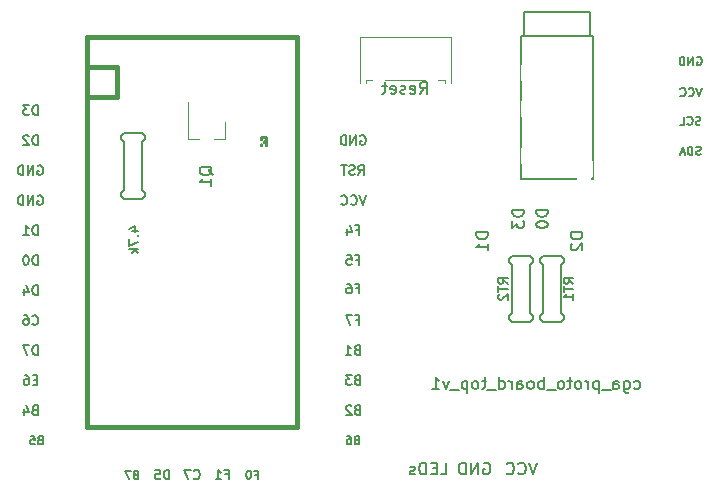
<source format=gbo>
G04 #@! TF.GenerationSoftware,KiCad,Pcbnew,(5.1.9)-1*
G04 #@! TF.CreationDate,2021-05-27T00:57:22-06:00*
G04 #@! TF.ProjectId,cga_proto_boards_top,6367615f-7072-46f7-946f-5f626f617264,rev?*
G04 #@! TF.SameCoordinates,Original*
G04 #@! TF.FileFunction,Legend,Bot*
G04 #@! TF.FilePolarity,Positive*
%FSLAX46Y46*%
G04 Gerber Fmt 4.6, Leading zero omitted, Abs format (unit mm)*
G04 Created by KiCad (PCBNEW (5.1.9)-1) date 2021-05-27 00:57:22*
%MOMM*%
%LPD*%
G01*
G04 APERTURE LIST*
%ADD10C,0.150000*%
%ADD11C,0.200000*%
%ADD12C,0.120000*%
%ADD13C,0.381000*%
%ADD14C,1.600000*%
%ADD15R,1.200000X1.500000*%
%ADD16C,1.200000*%
%ADD17C,2.100000*%
%ADD18C,1.750000*%
%ADD19O,1.600000X2.200000*%
%ADD20C,1.500000*%
%ADD21C,0.700000*%
%ADD22C,4.400000*%
%ADD23C,0.402000*%
%ADD24C,1.752600*%
%ADD25R,0.800000X1.900000*%
%ADD26R,1.752600X1.752600*%
%ADD27O,1.700000X1.700000*%
%ADD28C,1.700000*%
%ADD29R,1.700000X1.700000*%
G04 APERTURE END LIST*
D10*
X71301523Y-81557761D02*
X71396761Y-81605380D01*
X71587238Y-81605380D01*
X71682476Y-81557761D01*
X71730095Y-81510142D01*
X71777714Y-81414904D01*
X71777714Y-81129190D01*
X71730095Y-81033952D01*
X71682476Y-80986333D01*
X71587238Y-80938714D01*
X71396761Y-80938714D01*
X71301523Y-80986333D01*
X70444380Y-80938714D02*
X70444380Y-81748238D01*
X70492000Y-81843476D01*
X70539619Y-81891095D01*
X70634857Y-81938714D01*
X70777714Y-81938714D01*
X70872952Y-81891095D01*
X70444380Y-81557761D02*
X70539619Y-81605380D01*
X70730095Y-81605380D01*
X70825333Y-81557761D01*
X70872952Y-81510142D01*
X70920571Y-81414904D01*
X70920571Y-81129190D01*
X70872952Y-81033952D01*
X70825333Y-80986333D01*
X70730095Y-80938714D01*
X70539619Y-80938714D01*
X70444380Y-80986333D01*
X69539619Y-81605380D02*
X69539619Y-81081571D01*
X69587238Y-80986333D01*
X69682476Y-80938714D01*
X69872952Y-80938714D01*
X69968190Y-80986333D01*
X69539619Y-81557761D02*
X69634857Y-81605380D01*
X69872952Y-81605380D01*
X69968190Y-81557761D01*
X70015809Y-81462523D01*
X70015809Y-81367285D01*
X69968190Y-81272047D01*
X69872952Y-81224428D01*
X69634857Y-81224428D01*
X69539619Y-81176809D01*
X69301523Y-81700619D02*
X68539619Y-81700619D01*
X68301523Y-80938714D02*
X68301523Y-81938714D01*
X68301523Y-80986333D02*
X68206285Y-80938714D01*
X68015809Y-80938714D01*
X67920571Y-80986333D01*
X67872952Y-81033952D01*
X67825333Y-81129190D01*
X67825333Y-81414904D01*
X67872952Y-81510142D01*
X67920571Y-81557761D01*
X68015809Y-81605380D01*
X68206285Y-81605380D01*
X68301523Y-81557761D01*
X67396761Y-81605380D02*
X67396761Y-80938714D01*
X67396761Y-81129190D02*
X67349142Y-81033952D01*
X67301523Y-80986333D01*
X67206285Y-80938714D01*
X67111047Y-80938714D01*
X66634857Y-81605380D02*
X66730095Y-81557761D01*
X66777714Y-81510142D01*
X66825333Y-81414904D01*
X66825333Y-81129190D01*
X66777714Y-81033952D01*
X66730095Y-80986333D01*
X66634857Y-80938714D01*
X66492000Y-80938714D01*
X66396761Y-80986333D01*
X66349142Y-81033952D01*
X66301523Y-81129190D01*
X66301523Y-81414904D01*
X66349142Y-81510142D01*
X66396761Y-81557761D01*
X66492000Y-81605380D01*
X66634857Y-81605380D01*
X66015809Y-80938714D02*
X65634857Y-80938714D01*
X65872952Y-80605380D02*
X65872952Y-81462523D01*
X65825333Y-81557761D01*
X65730095Y-81605380D01*
X65634857Y-81605380D01*
X65158666Y-81605380D02*
X65253904Y-81557761D01*
X65301523Y-81510142D01*
X65349142Y-81414904D01*
X65349142Y-81129190D01*
X65301523Y-81033952D01*
X65253904Y-80986333D01*
X65158666Y-80938714D01*
X65015809Y-80938714D01*
X64920571Y-80986333D01*
X64872952Y-81033952D01*
X64825333Y-81129190D01*
X64825333Y-81414904D01*
X64872952Y-81510142D01*
X64920571Y-81557761D01*
X65015809Y-81605380D01*
X65158666Y-81605380D01*
X64634857Y-81700619D02*
X63872952Y-81700619D01*
X63634857Y-81605380D02*
X63634857Y-80605380D01*
X63634857Y-80986333D02*
X63539619Y-80938714D01*
X63349142Y-80938714D01*
X63253904Y-80986333D01*
X63206285Y-81033952D01*
X63158666Y-81129190D01*
X63158666Y-81414904D01*
X63206285Y-81510142D01*
X63253904Y-81557761D01*
X63349142Y-81605380D01*
X63539619Y-81605380D01*
X63634857Y-81557761D01*
X62587238Y-81605380D02*
X62682476Y-81557761D01*
X62730095Y-81510142D01*
X62777714Y-81414904D01*
X62777714Y-81129190D01*
X62730095Y-81033952D01*
X62682476Y-80986333D01*
X62587238Y-80938714D01*
X62444380Y-80938714D01*
X62349142Y-80986333D01*
X62301523Y-81033952D01*
X62253904Y-81129190D01*
X62253904Y-81414904D01*
X62301523Y-81510142D01*
X62349142Y-81557761D01*
X62444380Y-81605380D01*
X62587238Y-81605380D01*
X61396761Y-81605380D02*
X61396761Y-81081571D01*
X61444380Y-80986333D01*
X61539619Y-80938714D01*
X61730095Y-80938714D01*
X61825333Y-80986333D01*
X61396761Y-81557761D02*
X61492000Y-81605380D01*
X61730095Y-81605380D01*
X61825333Y-81557761D01*
X61872952Y-81462523D01*
X61872952Y-81367285D01*
X61825333Y-81272047D01*
X61730095Y-81224428D01*
X61492000Y-81224428D01*
X61396761Y-81176809D01*
X60920571Y-81605380D02*
X60920571Y-80938714D01*
X60920571Y-81129190D02*
X60872952Y-81033952D01*
X60825333Y-80986333D01*
X60730095Y-80938714D01*
X60634857Y-80938714D01*
X59872952Y-81605380D02*
X59872952Y-80605380D01*
X59872952Y-81557761D02*
X59968190Y-81605380D01*
X60158666Y-81605380D01*
X60253904Y-81557761D01*
X60301523Y-81510142D01*
X60349142Y-81414904D01*
X60349142Y-81129190D01*
X60301523Y-81033952D01*
X60253904Y-80986333D01*
X60158666Y-80938714D01*
X59968190Y-80938714D01*
X59872952Y-80986333D01*
X59634857Y-81700619D02*
X58872952Y-81700619D01*
X58777714Y-80938714D02*
X58396761Y-80938714D01*
X58634857Y-80605380D02*
X58634857Y-81462523D01*
X58587238Y-81557761D01*
X58492000Y-81605380D01*
X58396761Y-81605380D01*
X57920571Y-81605380D02*
X58015809Y-81557761D01*
X58063428Y-81510142D01*
X58111047Y-81414904D01*
X58111047Y-81129190D01*
X58063428Y-81033952D01*
X58015809Y-80986333D01*
X57920571Y-80938714D01*
X57777714Y-80938714D01*
X57682476Y-80986333D01*
X57634857Y-81033952D01*
X57587238Y-81129190D01*
X57587238Y-81414904D01*
X57634857Y-81510142D01*
X57682476Y-81557761D01*
X57777714Y-81605380D01*
X57920571Y-81605380D01*
X57158666Y-80938714D02*
X57158666Y-81938714D01*
X57158666Y-80986333D02*
X57063428Y-80938714D01*
X56872952Y-80938714D01*
X56777714Y-80986333D01*
X56730095Y-81033952D01*
X56682476Y-81129190D01*
X56682476Y-81414904D01*
X56730095Y-81510142D01*
X56777714Y-81557761D01*
X56872952Y-81605380D01*
X57063428Y-81605380D01*
X57158666Y-81557761D01*
X56492000Y-81700619D02*
X55730095Y-81700619D01*
X55587238Y-80938714D02*
X55349142Y-81605380D01*
X55111047Y-80938714D01*
X54206285Y-81605380D02*
X54777714Y-81605380D01*
X54492000Y-81605380D02*
X54492000Y-80605380D01*
X54587238Y-80748238D01*
X54682476Y-80843476D01*
X54777714Y-80891095D01*
D11*
X54895619Y-88844380D02*
X55371809Y-88844380D01*
X55371809Y-87844380D01*
X54562285Y-88320571D02*
X54228952Y-88320571D01*
X54086095Y-88844380D02*
X54562285Y-88844380D01*
X54562285Y-87844380D01*
X54086095Y-87844380D01*
X53657523Y-88844380D02*
X53657523Y-87844380D01*
X53419428Y-87844380D01*
X53276571Y-87892000D01*
X53181333Y-87987238D01*
X53133714Y-88082476D01*
X53086095Y-88272952D01*
X53086095Y-88415809D01*
X53133714Y-88606285D01*
X53181333Y-88701523D01*
X53276571Y-88796761D01*
X53419428Y-88844380D01*
X53657523Y-88844380D01*
X52705142Y-88796761D02*
X52609904Y-88844380D01*
X52419428Y-88844380D01*
X52324190Y-88796761D01*
X52276571Y-88701523D01*
X52276571Y-88653904D01*
X52324190Y-88558666D01*
X52419428Y-88511047D01*
X52562285Y-88511047D01*
X52657523Y-88463428D01*
X52705142Y-88368190D01*
X52705142Y-88320571D01*
X52657523Y-88225333D01*
X52562285Y-88177714D01*
X52419428Y-88177714D01*
X52324190Y-88225333D01*
X63055333Y-87844380D02*
X62722000Y-88844380D01*
X62388666Y-87844380D01*
X61483904Y-88749142D02*
X61531523Y-88796761D01*
X61674380Y-88844380D01*
X61769619Y-88844380D01*
X61912476Y-88796761D01*
X62007714Y-88701523D01*
X62055333Y-88606285D01*
X62102952Y-88415809D01*
X62102952Y-88272952D01*
X62055333Y-88082476D01*
X62007714Y-87987238D01*
X61912476Y-87892000D01*
X61769619Y-87844380D01*
X61674380Y-87844380D01*
X61531523Y-87892000D01*
X61483904Y-87939619D01*
X60483904Y-88749142D02*
X60531523Y-88796761D01*
X60674380Y-88844380D01*
X60769619Y-88844380D01*
X60912476Y-88796761D01*
X61007714Y-88701523D01*
X61055333Y-88606285D01*
X61102952Y-88415809D01*
X61102952Y-88272952D01*
X61055333Y-88082476D01*
X61007714Y-87987238D01*
X60912476Y-87892000D01*
X60769619Y-87844380D01*
X60674380Y-87844380D01*
X60531523Y-87892000D01*
X60483904Y-87939619D01*
X58546904Y-87892000D02*
X58642142Y-87844380D01*
X58785000Y-87844380D01*
X58927857Y-87892000D01*
X59023095Y-87987238D01*
X59070714Y-88082476D01*
X59118333Y-88272952D01*
X59118333Y-88415809D01*
X59070714Y-88606285D01*
X59023095Y-88701523D01*
X58927857Y-88796761D01*
X58785000Y-88844380D01*
X58689761Y-88844380D01*
X58546904Y-88796761D01*
X58499285Y-88749142D01*
X58499285Y-88415809D01*
X58689761Y-88415809D01*
X58070714Y-88844380D02*
X58070714Y-87844380D01*
X57499285Y-88844380D01*
X57499285Y-87844380D01*
X57023095Y-88844380D02*
X57023095Y-87844380D01*
X56785000Y-87844380D01*
X56642142Y-87892000D01*
X56546904Y-87987238D01*
X56499285Y-88082476D01*
X56451666Y-88272952D01*
X56451666Y-88415809D01*
X56499285Y-88606285D01*
X56546904Y-88701523D01*
X56642142Y-88796761D01*
X56785000Y-88844380D01*
X57023095Y-88844380D01*
D10*
X63984130Y-66444904D02*
X62984130Y-66444904D01*
X62984130Y-66683000D01*
X63031750Y-66825857D01*
X63126988Y-66921095D01*
X63222226Y-66968714D01*
X63412702Y-67016333D01*
X63555559Y-67016333D01*
X63746035Y-66968714D01*
X63841273Y-66921095D01*
X63936511Y-66825857D01*
X63984130Y-66683000D01*
X63984130Y-66444904D01*
X62984130Y-67635380D02*
X62984130Y-67730619D01*
X63031750Y-67825857D01*
X63079369Y-67873476D01*
X63174607Y-67921095D01*
X63365083Y-67968714D01*
X63603178Y-67968714D01*
X63793654Y-67921095D01*
X63888892Y-67873476D01*
X63936511Y-67825857D01*
X63984130Y-67730619D01*
X63984130Y-67635380D01*
X63936511Y-67540142D01*
X63888892Y-67492523D01*
X63793654Y-67444904D01*
X63603178Y-67397285D01*
X63365083Y-67397285D01*
X63174607Y-67444904D01*
X63079369Y-67492523D01*
X63031750Y-67540142D01*
X62984130Y-67635380D01*
X66905130Y-68349904D02*
X65905130Y-68349904D01*
X65905130Y-68588000D01*
X65952750Y-68730857D01*
X66047988Y-68826095D01*
X66143226Y-68873714D01*
X66333702Y-68921333D01*
X66476559Y-68921333D01*
X66667035Y-68873714D01*
X66762273Y-68826095D01*
X66857511Y-68730857D01*
X66905130Y-68588000D01*
X66905130Y-68349904D01*
X66000369Y-69302285D02*
X65952750Y-69349904D01*
X65905130Y-69445142D01*
X65905130Y-69683238D01*
X65952750Y-69778476D01*
X66000369Y-69826095D01*
X66095607Y-69873714D01*
X66190845Y-69873714D01*
X66333702Y-69826095D01*
X66905130Y-69254666D01*
X66905130Y-69873714D01*
X61952130Y-66444904D02*
X60952130Y-66444904D01*
X60952130Y-66683000D01*
X60999750Y-66825857D01*
X61094988Y-66921095D01*
X61190226Y-66968714D01*
X61380702Y-67016333D01*
X61523559Y-67016333D01*
X61714035Y-66968714D01*
X61809273Y-66921095D01*
X61904511Y-66825857D01*
X61952130Y-66683000D01*
X61952130Y-66444904D01*
X60952130Y-67349666D02*
X60952130Y-67968714D01*
X61333083Y-67635380D01*
X61333083Y-67778238D01*
X61380702Y-67873476D01*
X61428321Y-67921095D01*
X61523559Y-67968714D01*
X61761654Y-67968714D01*
X61856892Y-67921095D01*
X61904511Y-67873476D01*
X61952130Y-67778238D01*
X61952130Y-67492523D01*
X61904511Y-67397285D01*
X61856892Y-67349666D01*
X58904130Y-68349904D02*
X57904130Y-68349904D01*
X57904130Y-68588000D01*
X57951750Y-68730857D01*
X58046988Y-68826095D01*
X58142226Y-68873714D01*
X58332702Y-68921333D01*
X58475559Y-68921333D01*
X58666035Y-68873714D01*
X58761273Y-68826095D01*
X58856511Y-68730857D01*
X58904130Y-68588000D01*
X58904130Y-68349904D01*
X58904130Y-69873714D02*
X58904130Y-69302285D01*
X58904130Y-69588000D02*
X57904130Y-69588000D01*
X58046988Y-69492761D01*
X58142226Y-69397523D01*
X58189845Y-69302285D01*
X76606333Y-53529750D02*
X76673000Y-53496416D01*
X76773000Y-53496416D01*
X76873000Y-53529750D01*
X76939666Y-53596416D01*
X76973000Y-53663083D01*
X77006333Y-53796416D01*
X77006333Y-53896416D01*
X76973000Y-54029750D01*
X76939666Y-54096416D01*
X76873000Y-54163083D01*
X76773000Y-54196416D01*
X76706333Y-54196416D01*
X76606333Y-54163083D01*
X76573000Y-54129750D01*
X76573000Y-53896416D01*
X76706333Y-53896416D01*
X76273000Y-54196416D02*
X76273000Y-53496416D01*
X75873000Y-54196416D01*
X75873000Y-53496416D01*
X75539666Y-54196416D02*
X75539666Y-53496416D01*
X75373000Y-53496416D01*
X75273000Y-53529750D01*
X75206333Y-53596416D01*
X75173000Y-53663083D01*
X75139666Y-53796416D01*
X75139666Y-53896416D01*
X75173000Y-54029750D01*
X75206333Y-54096416D01*
X75273000Y-54163083D01*
X75373000Y-54196416D01*
X75539666Y-54196416D01*
X77006333Y-56131666D02*
X76773000Y-56831666D01*
X76539666Y-56131666D01*
X75906333Y-56765000D02*
X75939666Y-56798333D01*
X76039666Y-56831666D01*
X76106333Y-56831666D01*
X76206333Y-56798333D01*
X76273000Y-56731666D01*
X76306333Y-56665000D01*
X76339666Y-56531666D01*
X76339666Y-56431666D01*
X76306333Y-56298333D01*
X76273000Y-56231666D01*
X76206333Y-56165000D01*
X76106333Y-56131666D01*
X76039666Y-56131666D01*
X75939666Y-56165000D01*
X75906333Y-56198333D01*
X75206333Y-56765000D02*
X75239666Y-56798333D01*
X75339666Y-56831666D01*
X75406333Y-56831666D01*
X75506333Y-56798333D01*
X75573000Y-56731666D01*
X75606333Y-56665000D01*
X75639666Y-56531666D01*
X75639666Y-56431666D01*
X75606333Y-56298333D01*
X75573000Y-56231666D01*
X75506333Y-56165000D01*
X75406333Y-56131666D01*
X75339666Y-56131666D01*
X75239666Y-56165000D01*
X75206333Y-56198333D01*
X76906333Y-59211333D02*
X76806333Y-59244666D01*
X76639666Y-59244666D01*
X76573000Y-59211333D01*
X76539666Y-59178000D01*
X76506333Y-59111333D01*
X76506333Y-59044666D01*
X76539666Y-58978000D01*
X76573000Y-58944666D01*
X76639666Y-58911333D01*
X76773000Y-58878000D01*
X76839666Y-58844666D01*
X76873000Y-58811333D01*
X76906333Y-58744666D01*
X76906333Y-58678000D01*
X76873000Y-58611333D01*
X76839666Y-58578000D01*
X76773000Y-58544666D01*
X76606333Y-58544666D01*
X76506333Y-58578000D01*
X75806333Y-59178000D02*
X75839666Y-59211333D01*
X75939666Y-59244666D01*
X76006333Y-59244666D01*
X76106333Y-59211333D01*
X76173000Y-59144666D01*
X76206333Y-59078000D01*
X76239666Y-58944666D01*
X76239666Y-58844666D01*
X76206333Y-58711333D01*
X76173000Y-58644666D01*
X76106333Y-58578000D01*
X76006333Y-58544666D01*
X75939666Y-58544666D01*
X75839666Y-58578000D01*
X75806333Y-58611333D01*
X75173000Y-59244666D02*
X75506333Y-59244666D01*
X75506333Y-58544666D01*
X76923000Y-61751333D02*
X76823000Y-61784666D01*
X76656333Y-61784666D01*
X76589666Y-61751333D01*
X76556333Y-61718000D01*
X76523000Y-61651333D01*
X76523000Y-61584666D01*
X76556333Y-61518000D01*
X76589666Y-61484666D01*
X76656333Y-61451333D01*
X76789666Y-61418000D01*
X76856333Y-61384666D01*
X76889666Y-61351333D01*
X76923000Y-61284666D01*
X76923000Y-61218000D01*
X76889666Y-61151333D01*
X76856333Y-61118000D01*
X76789666Y-61084666D01*
X76623000Y-61084666D01*
X76523000Y-61118000D01*
X76223000Y-61784666D02*
X76223000Y-61084666D01*
X76056333Y-61084666D01*
X75956333Y-61118000D01*
X75889666Y-61184666D01*
X75856333Y-61251333D01*
X75823000Y-61384666D01*
X75823000Y-61484666D01*
X75856333Y-61618000D01*
X75889666Y-61684666D01*
X75956333Y-61751333D01*
X76056333Y-61784666D01*
X76223000Y-61784666D01*
X75556333Y-61584666D02*
X75223000Y-61584666D01*
X75623000Y-61784666D02*
X75389666Y-61084666D01*
X75156333Y-61784666D01*
G04 #@! TO.C,RT2*
X62738000Y-70866000D02*
X62738000Y-70612000D01*
X62484000Y-71120000D02*
X62738000Y-70866000D01*
X62738000Y-75438000D02*
X62484000Y-75184000D01*
X60706000Y-75692000D02*
X60960000Y-75946000D01*
X60706000Y-70612000D02*
X60706000Y-70866000D01*
X60960000Y-75184000D02*
X60706000Y-75438000D01*
X60960000Y-70358000D02*
X60706000Y-70612000D01*
X60960000Y-75946000D02*
X62484000Y-75946000D01*
X62484000Y-75184000D02*
X62484000Y-71120000D01*
X62738000Y-75692000D02*
X62738000Y-75438000D01*
X60706000Y-75438000D02*
X60706000Y-75692000D01*
X60960000Y-71120000D02*
X60960000Y-75184000D01*
X60706000Y-70866000D02*
X60960000Y-71120000D01*
X62738000Y-70612000D02*
X62484000Y-70358000D01*
X62484000Y-70358000D02*
X60960000Y-70358000D01*
X62484000Y-75946000D02*
X62738000Y-75692000D01*
G04 #@! TO.C,RT1*
X65309750Y-70866000D02*
X65309750Y-70612000D01*
X65055750Y-71120000D02*
X65309750Y-70866000D01*
X65309750Y-75438000D02*
X65055750Y-75184000D01*
X63277750Y-75692000D02*
X63531750Y-75946000D01*
X63277750Y-70612000D02*
X63277750Y-70866000D01*
X63531750Y-75184000D02*
X63277750Y-75438000D01*
X63531750Y-70358000D02*
X63277750Y-70612000D01*
X63531750Y-75946000D02*
X65055750Y-75946000D01*
X65055750Y-75184000D02*
X65055750Y-71120000D01*
X65309750Y-75692000D02*
X65309750Y-75438000D01*
X63277750Y-75438000D02*
X63277750Y-75692000D01*
X63531750Y-71120000D02*
X63531750Y-75184000D01*
X63277750Y-70866000D02*
X63531750Y-71120000D01*
X65309750Y-70612000D02*
X65055750Y-70358000D01*
X65055750Y-70358000D02*
X63531750Y-70358000D01*
X65055750Y-75946000D02*
X65309750Y-75692000D01*
G04 #@! TO.C,RQ1*
X29845000Y-60420250D02*
X29845000Y-60166250D01*
X29591000Y-60674250D02*
X29845000Y-60420250D01*
X29845000Y-64992250D02*
X29591000Y-64738250D01*
X27813000Y-65246250D02*
X28067000Y-65500250D01*
X27813000Y-60166250D02*
X27813000Y-60420250D01*
X28067000Y-64738250D02*
X27813000Y-64992250D01*
X28067000Y-59912250D02*
X27813000Y-60166250D01*
X28067000Y-65500250D02*
X29591000Y-65500250D01*
X29591000Y-64738250D02*
X29591000Y-60674250D01*
X29845000Y-65246250D02*
X29845000Y-64992250D01*
X27813000Y-64992250D02*
X27813000Y-65246250D01*
X28067000Y-60674250D02*
X28067000Y-64738250D01*
X27813000Y-60420250D02*
X28067000Y-60674250D01*
X29845000Y-60166250D02*
X29591000Y-59912250D01*
X29591000Y-59912250D02*
X28067000Y-59912250D01*
X29591000Y-65500250D02*
X29845000Y-65246250D01*
D12*
G04 #@! TO.C,Reset*
X55763000Y-51783000D02*
X55763000Y-55683000D01*
X53603000Y-55453000D02*
X50203000Y-55453000D01*
X55243000Y-55453000D02*
X55243000Y-55683000D01*
X55243000Y-55453000D02*
X54703000Y-55453000D01*
X48563000Y-55453000D02*
X48563000Y-55683000D01*
X55763000Y-51783000D02*
X48043000Y-51783000D01*
X48043000Y-51783000D02*
X48043000Y-55683000D01*
X49103000Y-55453000D02*
X48563000Y-55453000D01*
D10*
G04 #@! TO.C,T1*
X61734000Y-51689000D02*
X61734000Y-63789000D01*
X61734000Y-51689000D02*
X67834000Y-51689000D01*
X67834000Y-51689000D02*
X67834000Y-63789000D01*
X61734000Y-63789000D02*
X67834000Y-63789000D01*
X61984000Y-51689000D02*
X61984000Y-49689000D01*
X61984000Y-49689000D02*
X67584000Y-49689000D01*
X67584000Y-51689000D02*
X67584000Y-49689000D01*
D12*
G04 #@! TO.C,Q1*
X36663750Y-60450000D02*
X36663750Y-58990000D01*
X33503750Y-60450000D02*
X33503750Y-57290000D01*
X33503750Y-60450000D02*
X34433750Y-60450000D01*
X36663750Y-60450000D02*
X35733750Y-60450000D01*
D13*
G04 #@! TO.C,U1*
X27527250Y-54356000D02*
X24987250Y-54356000D01*
X42767250Y-51816000D02*
X24987250Y-51816000D01*
X24987250Y-51816000D02*
X24987250Y-84836000D01*
X24987250Y-84836000D02*
X42767250Y-84836000D01*
X42767250Y-84836000D02*
X42767250Y-51816000D01*
D10*
G36*
X39721885Y-60245030D02*
G01*
X39721885Y-60345030D01*
X40221885Y-60345030D01*
X40221885Y-60245030D01*
X39721885Y-60245030D01*
G37*
X39721885Y-60245030D02*
X39721885Y-60345030D01*
X40221885Y-60345030D01*
X40221885Y-60245030D01*
X39721885Y-60245030D01*
G36*
X39721885Y-60245030D02*
G01*
X39721885Y-60545030D01*
X39821885Y-60545030D01*
X39821885Y-60245030D01*
X39721885Y-60245030D01*
G37*
X39721885Y-60245030D02*
X39721885Y-60545030D01*
X39821885Y-60545030D01*
X39821885Y-60245030D01*
X39721885Y-60245030D01*
G36*
X39721885Y-60845030D02*
G01*
X39721885Y-61045030D01*
X39821885Y-61045030D01*
X39821885Y-60845030D01*
X39721885Y-60845030D01*
G37*
X39721885Y-60845030D02*
X39721885Y-61045030D01*
X39821885Y-61045030D01*
X39821885Y-60845030D01*
X39721885Y-60845030D01*
G36*
X40121885Y-60245030D02*
G01*
X40121885Y-61045030D01*
X40221885Y-61045030D01*
X40221885Y-60245030D01*
X40121885Y-60245030D01*
G37*
X40121885Y-60245030D02*
X40121885Y-61045030D01*
X40221885Y-61045030D01*
X40221885Y-60245030D01*
X40121885Y-60245030D01*
G36*
X39921885Y-60645030D02*
G01*
X39921885Y-60745030D01*
X40021885Y-60745030D01*
X40021885Y-60645030D01*
X39921885Y-60645030D01*
G37*
X39921885Y-60645030D02*
X39921885Y-60745030D01*
X40021885Y-60745030D01*
X40021885Y-60645030D01*
X39921885Y-60645030D01*
D13*
X27527250Y-54356000D02*
X27527250Y-56896000D01*
X27527250Y-56896000D02*
X24987250Y-56896000D01*
G04 #@! TO.C,RT2*
D10*
X60583904Y-72688504D02*
X60202952Y-72421838D01*
X60583904Y-72231361D02*
X59783904Y-72231361D01*
X59783904Y-72536123D01*
X59822000Y-72612314D01*
X59860095Y-72650409D01*
X59936285Y-72688504D01*
X60050571Y-72688504D01*
X60126761Y-72650409D01*
X60164857Y-72612314D01*
X60202952Y-72536123D01*
X60202952Y-72231361D01*
X59783904Y-72917076D02*
X59783904Y-73374219D01*
X60583904Y-73145647D02*
X59783904Y-73145647D01*
X59860095Y-73602790D02*
X59822000Y-73640885D01*
X59783904Y-73717076D01*
X59783904Y-73907552D01*
X59822000Y-73983742D01*
X59860095Y-74021838D01*
X59936285Y-74059933D01*
X60012476Y-74059933D01*
X60126761Y-74021838D01*
X60583904Y-73564695D01*
X60583904Y-74059933D01*
G04 #@! TO.C,RT1*
X66147904Y-72688504D02*
X65766952Y-72421838D01*
X66147904Y-72231361D02*
X65347904Y-72231361D01*
X65347904Y-72536123D01*
X65386000Y-72612314D01*
X65424095Y-72650409D01*
X65500285Y-72688504D01*
X65614571Y-72688504D01*
X65690761Y-72650409D01*
X65728857Y-72612314D01*
X65766952Y-72536123D01*
X65766952Y-72231361D01*
X65347904Y-72917076D02*
X65347904Y-73374219D01*
X66147904Y-73145647D02*
X65347904Y-73145647D01*
X66147904Y-74059933D02*
X66147904Y-73602790D01*
X66147904Y-73831361D02*
X65347904Y-73831361D01*
X65462190Y-73755171D01*
X65538380Y-73678980D01*
X65576476Y-73602790D01*
G04 #@! TO.C,RQ1*
X28784571Y-68218142D02*
X29317904Y-68218142D01*
X28479809Y-68027666D02*
X29051238Y-67837190D01*
X29051238Y-68332428D01*
X29241714Y-68637190D02*
X29279809Y-68675285D01*
X29317904Y-68637190D01*
X29279809Y-68599095D01*
X29241714Y-68637190D01*
X29317904Y-68637190D01*
X28517904Y-68941952D02*
X28517904Y-69475285D01*
X29317904Y-69132428D01*
X29317904Y-69780047D02*
X28517904Y-69780047D01*
X29013142Y-69856238D02*
X29317904Y-70084809D01*
X28784571Y-70084809D02*
X29089333Y-69780047D01*
G04 #@! TO.C,Reset*
X53141095Y-56615380D02*
X53474428Y-56139190D01*
X53712523Y-56615380D02*
X53712523Y-55615380D01*
X53331571Y-55615380D01*
X53236333Y-55663000D01*
X53188714Y-55710619D01*
X53141095Y-55805857D01*
X53141095Y-55948714D01*
X53188714Y-56043952D01*
X53236333Y-56091571D01*
X53331571Y-56139190D01*
X53712523Y-56139190D01*
X52331571Y-56567761D02*
X52426809Y-56615380D01*
X52617285Y-56615380D01*
X52712523Y-56567761D01*
X52760142Y-56472523D01*
X52760142Y-56091571D01*
X52712523Y-55996333D01*
X52617285Y-55948714D01*
X52426809Y-55948714D01*
X52331571Y-55996333D01*
X52283952Y-56091571D01*
X52283952Y-56186809D01*
X52760142Y-56282047D01*
X51903000Y-56567761D02*
X51807761Y-56615380D01*
X51617285Y-56615380D01*
X51522047Y-56567761D01*
X51474428Y-56472523D01*
X51474428Y-56424904D01*
X51522047Y-56329666D01*
X51617285Y-56282047D01*
X51760142Y-56282047D01*
X51855380Y-56234428D01*
X51903000Y-56139190D01*
X51903000Y-56091571D01*
X51855380Y-55996333D01*
X51760142Y-55948714D01*
X51617285Y-55948714D01*
X51522047Y-55996333D01*
X50664904Y-56567761D02*
X50760142Y-56615380D01*
X50950619Y-56615380D01*
X51045857Y-56567761D01*
X51093476Y-56472523D01*
X51093476Y-56091571D01*
X51045857Y-55996333D01*
X50950619Y-55948714D01*
X50760142Y-55948714D01*
X50664904Y-55996333D01*
X50617285Y-56091571D01*
X50617285Y-56186809D01*
X51093476Y-56282047D01*
X50331571Y-55948714D02*
X49950619Y-55948714D01*
X50188714Y-55615380D02*
X50188714Y-56472523D01*
X50141095Y-56567761D01*
X50045857Y-56615380D01*
X49950619Y-56615380D01*
G04 #@! TO.C,Q1*
X35599619Y-63500011D02*
X35552000Y-63404773D01*
X35456761Y-63309535D01*
X35313904Y-63166678D01*
X35266285Y-63071440D01*
X35266285Y-62976202D01*
X35504380Y-63023821D02*
X35456761Y-62928583D01*
X35361523Y-62833345D01*
X35171047Y-62785726D01*
X34837714Y-62785726D01*
X34647238Y-62833345D01*
X34552000Y-62928583D01*
X34504380Y-63023821D01*
X34504380Y-63214297D01*
X34552000Y-63309535D01*
X34647238Y-63404773D01*
X34837714Y-63452392D01*
X35171047Y-63452392D01*
X35361523Y-63404773D01*
X35456761Y-63309535D01*
X35504380Y-63214297D01*
X35504380Y-63023821D01*
X35504380Y-64404773D02*
X35504380Y-63833345D01*
X35504380Y-64119059D02*
X34504380Y-64119059D01*
X34647238Y-64023821D01*
X34742476Y-63928583D01*
X34790095Y-63833345D01*
G04 #@! TO.C,U1*
X31927726Y-89261904D02*
X31927726Y-88461904D01*
X31737250Y-88461904D01*
X31622964Y-88500000D01*
X31546773Y-88576190D01*
X31508678Y-88652380D01*
X31470583Y-88804761D01*
X31470583Y-88919047D01*
X31508678Y-89071428D01*
X31546773Y-89147619D01*
X31622964Y-89223809D01*
X31737250Y-89261904D01*
X31927726Y-89261904D01*
X30746773Y-88461904D02*
X31127726Y-88461904D01*
X31165821Y-88842857D01*
X31127726Y-88804761D01*
X31051535Y-88766666D01*
X30861059Y-88766666D01*
X30784869Y-88804761D01*
X30746773Y-88842857D01*
X30708678Y-88919047D01*
X30708678Y-89109523D01*
X30746773Y-89185714D01*
X30784869Y-89223809D01*
X30861059Y-89261904D01*
X31051535Y-89261904D01*
X31127726Y-89223809D01*
X31165821Y-89185714D01*
X36683916Y-88842857D02*
X36950583Y-88842857D01*
X36950583Y-89261904D02*
X36950583Y-88461904D01*
X36569630Y-88461904D01*
X35845821Y-89261904D02*
X36302964Y-89261904D01*
X36074392Y-89261904D02*
X36074392Y-88461904D01*
X36150583Y-88576190D01*
X36226773Y-88652380D01*
X36302964Y-88690476D01*
X34010583Y-89185714D02*
X34048678Y-89223809D01*
X34162964Y-89261904D01*
X34239154Y-89261904D01*
X34353440Y-89223809D01*
X34429630Y-89147619D01*
X34467726Y-89071428D01*
X34505821Y-88919047D01*
X34505821Y-88804761D01*
X34467726Y-88652380D01*
X34429630Y-88576190D01*
X34353440Y-88500000D01*
X34239154Y-88461904D01*
X34162964Y-88461904D01*
X34048678Y-88500000D01*
X34010583Y-88538095D01*
X33743916Y-88461904D02*
X33210583Y-88461904D01*
X33553440Y-89261904D01*
X47781333Y-85929000D02*
X47681333Y-85962333D01*
X47648000Y-85995666D01*
X47614666Y-86062333D01*
X47614666Y-86162333D01*
X47648000Y-86229000D01*
X47681333Y-86262333D01*
X47748000Y-86295666D01*
X48014666Y-86295666D01*
X48014666Y-85595666D01*
X47781333Y-85595666D01*
X47714666Y-85629000D01*
X47681333Y-85662333D01*
X47648000Y-85729000D01*
X47648000Y-85795666D01*
X47681333Y-85862333D01*
X47714666Y-85895666D01*
X47781333Y-85929000D01*
X48014666Y-85929000D01*
X47014666Y-85595666D02*
X47148000Y-85595666D01*
X47214666Y-85629000D01*
X47248000Y-85662333D01*
X47314666Y-85762333D01*
X47348000Y-85895666D01*
X47348000Y-86162333D01*
X47314666Y-86229000D01*
X47281333Y-86262333D01*
X47214666Y-86295666D01*
X47081333Y-86295666D01*
X47014666Y-86262333D01*
X46981333Y-86229000D01*
X46948000Y-86162333D01*
X46948000Y-85995666D01*
X46981333Y-85929000D01*
X47014666Y-85895666D01*
X47081333Y-85862333D01*
X47214666Y-85862333D01*
X47281333Y-85895666D01*
X47314666Y-85929000D01*
X47348000Y-85995666D01*
X39190583Y-88850000D02*
X39423916Y-88850000D01*
X39423916Y-89216666D02*
X39423916Y-88516666D01*
X39090583Y-88516666D01*
X38690583Y-88516666D02*
X38623916Y-88516666D01*
X38557250Y-88550000D01*
X38523916Y-88583333D01*
X38490583Y-88650000D01*
X38457250Y-88783333D01*
X38457250Y-88950000D01*
X38490583Y-89083333D01*
X38523916Y-89150000D01*
X38557250Y-89183333D01*
X38623916Y-89216666D01*
X38690583Y-89216666D01*
X38757250Y-89183333D01*
X38790583Y-89150000D01*
X38823916Y-89083333D01*
X38857250Y-88950000D01*
X38857250Y-88783333D01*
X38823916Y-88650000D01*
X38790583Y-88583333D01*
X38757250Y-88550000D01*
X38690583Y-88516666D01*
X29080583Y-88850000D02*
X28980583Y-88883333D01*
X28947250Y-88916666D01*
X28913916Y-88983333D01*
X28913916Y-89083333D01*
X28947250Y-89150000D01*
X28980583Y-89183333D01*
X29047250Y-89216666D01*
X29313916Y-89216666D01*
X29313916Y-88516666D01*
X29080583Y-88516666D01*
X29013916Y-88550000D01*
X28980583Y-88583333D01*
X28947250Y-88650000D01*
X28947250Y-88716666D01*
X28980583Y-88783333D01*
X29013916Y-88816666D01*
X29080583Y-88850000D01*
X29313916Y-88850000D01*
X28680583Y-88516666D02*
X28213916Y-88516666D01*
X28513916Y-89216666D01*
X47936095Y-63480904D02*
X48202761Y-63099952D01*
X48393238Y-63480904D02*
X48393238Y-62680904D01*
X48088476Y-62680904D01*
X48012285Y-62719000D01*
X47974190Y-62757095D01*
X47936095Y-62833285D01*
X47936095Y-62947571D01*
X47974190Y-63023761D01*
X48012285Y-63061857D01*
X48088476Y-63099952D01*
X48393238Y-63099952D01*
X47631333Y-63442809D02*
X47517047Y-63480904D01*
X47326571Y-63480904D01*
X47250380Y-63442809D01*
X47212285Y-63404714D01*
X47174190Y-63328523D01*
X47174190Y-63252333D01*
X47212285Y-63176142D01*
X47250380Y-63138047D01*
X47326571Y-63099952D01*
X47478952Y-63061857D01*
X47555142Y-63023761D01*
X47593238Y-62985666D01*
X47631333Y-62909476D01*
X47631333Y-62833285D01*
X47593238Y-62757095D01*
X47555142Y-62719000D01*
X47478952Y-62680904D01*
X47288476Y-62680904D01*
X47174190Y-62719000D01*
X46945619Y-62680904D02*
X46488476Y-62680904D01*
X46717047Y-63480904D02*
X46717047Y-62680904D01*
X20783476Y-58400904D02*
X20783476Y-57600904D01*
X20593000Y-57600904D01*
X20478714Y-57639000D01*
X20402523Y-57715190D01*
X20364428Y-57791380D01*
X20326333Y-57943761D01*
X20326333Y-58058047D01*
X20364428Y-58210428D01*
X20402523Y-58286619D01*
X20478714Y-58362809D01*
X20593000Y-58400904D01*
X20783476Y-58400904D01*
X20059666Y-57600904D02*
X19564428Y-57600904D01*
X19831095Y-57905666D01*
X19716809Y-57905666D01*
X19640619Y-57943761D01*
X19602523Y-57981857D01*
X19564428Y-58058047D01*
X19564428Y-58248523D01*
X19602523Y-58324714D01*
X19640619Y-58362809D01*
X19716809Y-58400904D01*
X19945380Y-58400904D01*
X20021571Y-58362809D01*
X20059666Y-58324714D01*
X47821809Y-83381857D02*
X47707523Y-83419952D01*
X47669428Y-83458047D01*
X47631333Y-83534238D01*
X47631333Y-83648523D01*
X47669428Y-83724714D01*
X47707523Y-83762809D01*
X47783714Y-83800904D01*
X48088476Y-83800904D01*
X48088476Y-83000904D01*
X47821809Y-83000904D01*
X47745619Y-83039000D01*
X47707523Y-83077095D01*
X47669428Y-83153285D01*
X47669428Y-83229476D01*
X47707523Y-83305666D01*
X47745619Y-83343761D01*
X47821809Y-83381857D01*
X48088476Y-83381857D01*
X47326571Y-83077095D02*
X47288476Y-83039000D01*
X47212285Y-83000904D01*
X47021809Y-83000904D01*
X46945619Y-83039000D01*
X46907523Y-83077095D01*
X46869428Y-83153285D01*
X46869428Y-83229476D01*
X46907523Y-83343761D01*
X47364666Y-83800904D01*
X46869428Y-83800904D01*
X47764666Y-75761857D02*
X48031333Y-75761857D01*
X48031333Y-76180904D02*
X48031333Y-75380904D01*
X47650380Y-75380904D01*
X47421809Y-75380904D02*
X46888476Y-75380904D01*
X47231333Y-76180904D01*
X47764666Y-73094857D02*
X48031333Y-73094857D01*
X48031333Y-73513904D02*
X48031333Y-72713904D01*
X47650380Y-72713904D01*
X47002761Y-72713904D02*
X47155142Y-72713904D01*
X47231333Y-72752000D01*
X47269428Y-72790095D01*
X47345619Y-72904380D01*
X47383714Y-73056761D01*
X47383714Y-73361523D01*
X47345619Y-73437714D01*
X47307523Y-73475809D01*
X47231333Y-73513904D01*
X47078952Y-73513904D01*
X47002761Y-73475809D01*
X46964666Y-73437714D01*
X46926571Y-73361523D01*
X46926571Y-73171047D01*
X46964666Y-73094857D01*
X47002761Y-73056761D01*
X47078952Y-73018666D01*
X47231333Y-73018666D01*
X47307523Y-73056761D01*
X47345619Y-73094857D01*
X47383714Y-73171047D01*
X47764666Y-70681857D02*
X48031333Y-70681857D01*
X48031333Y-71100904D02*
X48031333Y-70300904D01*
X47650380Y-70300904D01*
X46964666Y-70300904D02*
X47345619Y-70300904D01*
X47383714Y-70681857D01*
X47345619Y-70643761D01*
X47269428Y-70605666D01*
X47078952Y-70605666D01*
X47002761Y-70643761D01*
X46964666Y-70681857D01*
X46926571Y-70758047D01*
X46926571Y-70948523D01*
X46964666Y-71024714D01*
X47002761Y-71062809D01*
X47078952Y-71100904D01*
X47269428Y-71100904D01*
X47345619Y-71062809D01*
X47383714Y-71024714D01*
X48107523Y-60179000D02*
X48183714Y-60140904D01*
X48298000Y-60140904D01*
X48412285Y-60179000D01*
X48488476Y-60255190D01*
X48526571Y-60331380D01*
X48564666Y-60483761D01*
X48564666Y-60598047D01*
X48526571Y-60750428D01*
X48488476Y-60826619D01*
X48412285Y-60902809D01*
X48298000Y-60940904D01*
X48221809Y-60940904D01*
X48107523Y-60902809D01*
X48069428Y-60864714D01*
X48069428Y-60598047D01*
X48221809Y-60598047D01*
X47726571Y-60940904D02*
X47726571Y-60140904D01*
X47269428Y-60940904D01*
X47269428Y-60140904D01*
X46888476Y-60940904D02*
X46888476Y-60140904D01*
X46698000Y-60140904D01*
X46583714Y-60179000D01*
X46507523Y-60255190D01*
X46469428Y-60331380D01*
X46431333Y-60483761D01*
X46431333Y-60598047D01*
X46469428Y-60750428D01*
X46507523Y-60826619D01*
X46583714Y-60902809D01*
X46698000Y-60940904D01*
X46888476Y-60940904D01*
X48564666Y-65220904D02*
X48298000Y-66020904D01*
X48031333Y-65220904D01*
X47307523Y-65944714D02*
X47345619Y-65982809D01*
X47459904Y-66020904D01*
X47536095Y-66020904D01*
X47650380Y-65982809D01*
X47726571Y-65906619D01*
X47764666Y-65830428D01*
X47802761Y-65678047D01*
X47802761Y-65563761D01*
X47764666Y-65411380D01*
X47726571Y-65335190D01*
X47650380Y-65259000D01*
X47536095Y-65220904D01*
X47459904Y-65220904D01*
X47345619Y-65259000D01*
X47307523Y-65297095D01*
X46507523Y-65944714D02*
X46545619Y-65982809D01*
X46659904Y-66020904D01*
X46736095Y-66020904D01*
X46850380Y-65982809D01*
X46926571Y-65906619D01*
X46964666Y-65830428D01*
X47002761Y-65678047D01*
X47002761Y-65563761D01*
X46964666Y-65411380D01*
X46926571Y-65335190D01*
X46850380Y-65259000D01*
X46736095Y-65220904D01*
X46659904Y-65220904D01*
X46545619Y-65259000D01*
X46507523Y-65297095D01*
X47764666Y-68141857D02*
X48031333Y-68141857D01*
X48031333Y-68560904D02*
X48031333Y-67760904D01*
X47650380Y-67760904D01*
X47002761Y-68027571D02*
X47002761Y-68560904D01*
X47193238Y-67722809D02*
X47383714Y-68294238D01*
X46888476Y-68294238D01*
X47821809Y-78301857D02*
X47707523Y-78339952D01*
X47669428Y-78378047D01*
X47631333Y-78454238D01*
X47631333Y-78568523D01*
X47669428Y-78644714D01*
X47707523Y-78682809D01*
X47783714Y-78720904D01*
X48088476Y-78720904D01*
X48088476Y-77920904D01*
X47821809Y-77920904D01*
X47745619Y-77959000D01*
X47707523Y-77997095D01*
X47669428Y-78073285D01*
X47669428Y-78149476D01*
X47707523Y-78225666D01*
X47745619Y-78263761D01*
X47821809Y-78301857D01*
X48088476Y-78301857D01*
X46869428Y-78720904D02*
X47326571Y-78720904D01*
X47098000Y-78720904D02*
X47098000Y-77920904D01*
X47174190Y-78035190D01*
X47250380Y-78111380D01*
X47326571Y-78149476D01*
X47821809Y-80841857D02*
X47707523Y-80879952D01*
X47669428Y-80918047D01*
X47631333Y-80994238D01*
X47631333Y-81108523D01*
X47669428Y-81184714D01*
X47707523Y-81222809D01*
X47783714Y-81260904D01*
X48088476Y-81260904D01*
X48088476Y-80460904D01*
X47821809Y-80460904D01*
X47745619Y-80499000D01*
X47707523Y-80537095D01*
X47669428Y-80613285D01*
X47669428Y-80689476D01*
X47707523Y-80765666D01*
X47745619Y-80803761D01*
X47821809Y-80841857D01*
X48088476Y-80841857D01*
X47364666Y-80460904D02*
X46869428Y-80460904D01*
X47136095Y-80765666D01*
X47021809Y-80765666D01*
X46945619Y-80803761D01*
X46907523Y-80841857D01*
X46869428Y-80918047D01*
X46869428Y-81108523D01*
X46907523Y-81184714D01*
X46945619Y-81222809D01*
X47021809Y-81260904D01*
X47250380Y-81260904D01*
X47326571Y-81222809D01*
X47364666Y-81184714D01*
X20984333Y-85929000D02*
X20884333Y-85962333D01*
X20851000Y-85995666D01*
X20817666Y-86062333D01*
X20817666Y-86162333D01*
X20851000Y-86229000D01*
X20884333Y-86262333D01*
X20951000Y-86295666D01*
X21217666Y-86295666D01*
X21217666Y-85595666D01*
X20984333Y-85595666D01*
X20917666Y-85629000D01*
X20884333Y-85662333D01*
X20851000Y-85729000D01*
X20851000Y-85795666D01*
X20884333Y-85862333D01*
X20917666Y-85895666D01*
X20984333Y-85929000D01*
X21217666Y-85929000D01*
X20184333Y-85595666D02*
X20517666Y-85595666D01*
X20551000Y-85929000D01*
X20517666Y-85895666D01*
X20451000Y-85862333D01*
X20284333Y-85862333D01*
X20217666Y-85895666D01*
X20184333Y-85929000D01*
X20151000Y-85995666D01*
X20151000Y-86162333D01*
X20184333Y-86229000D01*
X20217666Y-86262333D01*
X20284333Y-86295666D01*
X20451000Y-86295666D01*
X20517666Y-86262333D01*
X20551000Y-86229000D01*
X20516809Y-83381857D02*
X20402523Y-83419952D01*
X20364428Y-83458047D01*
X20326333Y-83534238D01*
X20326333Y-83648523D01*
X20364428Y-83724714D01*
X20402523Y-83762809D01*
X20478714Y-83800904D01*
X20783476Y-83800904D01*
X20783476Y-83000904D01*
X20516809Y-83000904D01*
X20440619Y-83039000D01*
X20402523Y-83077095D01*
X20364428Y-83153285D01*
X20364428Y-83229476D01*
X20402523Y-83305666D01*
X20440619Y-83343761D01*
X20516809Y-83381857D01*
X20783476Y-83381857D01*
X19640619Y-83267571D02*
X19640619Y-83800904D01*
X19831095Y-82962809D02*
X20021571Y-83534238D01*
X19526333Y-83534238D01*
X20745380Y-80841857D02*
X20478714Y-80841857D01*
X20364428Y-81260904D02*
X20745380Y-81260904D01*
X20745380Y-80460904D01*
X20364428Y-80460904D01*
X19678714Y-80460904D02*
X19831095Y-80460904D01*
X19907285Y-80499000D01*
X19945380Y-80537095D01*
X20021571Y-80651380D01*
X20059666Y-80803761D01*
X20059666Y-81108523D01*
X20021571Y-81184714D01*
X19983476Y-81222809D01*
X19907285Y-81260904D01*
X19754904Y-81260904D01*
X19678714Y-81222809D01*
X19640619Y-81184714D01*
X19602523Y-81108523D01*
X19602523Y-80918047D01*
X19640619Y-80841857D01*
X19678714Y-80803761D01*
X19754904Y-80765666D01*
X19907285Y-80765666D01*
X19983476Y-80803761D01*
X20021571Y-80841857D01*
X20059666Y-80918047D01*
X20783476Y-78720904D02*
X20783476Y-77920904D01*
X20593000Y-77920904D01*
X20478714Y-77959000D01*
X20402523Y-78035190D01*
X20364428Y-78111380D01*
X20326333Y-78263761D01*
X20326333Y-78378047D01*
X20364428Y-78530428D01*
X20402523Y-78606619D01*
X20478714Y-78682809D01*
X20593000Y-78720904D01*
X20783476Y-78720904D01*
X20059666Y-77920904D02*
X19526333Y-77920904D01*
X19869190Y-78720904D01*
X20326333Y-76104714D02*
X20364428Y-76142809D01*
X20478714Y-76180904D01*
X20554904Y-76180904D01*
X20669190Y-76142809D01*
X20745380Y-76066619D01*
X20783476Y-75990428D01*
X20821571Y-75838047D01*
X20821571Y-75723761D01*
X20783476Y-75571380D01*
X20745380Y-75495190D01*
X20669190Y-75419000D01*
X20554904Y-75380904D01*
X20478714Y-75380904D01*
X20364428Y-75419000D01*
X20326333Y-75457095D01*
X19640619Y-75380904D02*
X19793000Y-75380904D01*
X19869190Y-75419000D01*
X19907285Y-75457095D01*
X19983476Y-75571380D01*
X20021571Y-75723761D01*
X20021571Y-76028523D01*
X19983476Y-76104714D01*
X19945380Y-76142809D01*
X19869190Y-76180904D01*
X19716809Y-76180904D01*
X19640619Y-76142809D01*
X19602523Y-76104714D01*
X19564428Y-76028523D01*
X19564428Y-75838047D01*
X19602523Y-75761857D01*
X19640619Y-75723761D01*
X19716809Y-75685666D01*
X19869190Y-75685666D01*
X19945380Y-75723761D01*
X19983476Y-75761857D01*
X20021571Y-75838047D01*
X20783476Y-73640904D02*
X20783476Y-72840904D01*
X20593000Y-72840904D01*
X20478714Y-72879000D01*
X20402523Y-72955190D01*
X20364428Y-73031380D01*
X20326333Y-73183761D01*
X20326333Y-73298047D01*
X20364428Y-73450428D01*
X20402523Y-73526619D01*
X20478714Y-73602809D01*
X20593000Y-73640904D01*
X20783476Y-73640904D01*
X19640619Y-73107571D02*
X19640619Y-73640904D01*
X19831095Y-72802809D02*
X20021571Y-73374238D01*
X19526333Y-73374238D01*
X20802523Y-62719000D02*
X20878714Y-62680904D01*
X20993000Y-62680904D01*
X21107285Y-62719000D01*
X21183476Y-62795190D01*
X21221571Y-62871380D01*
X21259666Y-63023761D01*
X21259666Y-63138047D01*
X21221571Y-63290428D01*
X21183476Y-63366619D01*
X21107285Y-63442809D01*
X20993000Y-63480904D01*
X20916809Y-63480904D01*
X20802523Y-63442809D01*
X20764428Y-63404714D01*
X20764428Y-63138047D01*
X20916809Y-63138047D01*
X20421571Y-63480904D02*
X20421571Y-62680904D01*
X19964428Y-63480904D01*
X19964428Y-62680904D01*
X19583476Y-63480904D02*
X19583476Y-62680904D01*
X19393000Y-62680904D01*
X19278714Y-62719000D01*
X19202523Y-62795190D01*
X19164428Y-62871380D01*
X19126333Y-63023761D01*
X19126333Y-63138047D01*
X19164428Y-63290428D01*
X19202523Y-63366619D01*
X19278714Y-63442809D01*
X19393000Y-63480904D01*
X19583476Y-63480904D01*
X20802523Y-65259000D02*
X20878714Y-65220904D01*
X20993000Y-65220904D01*
X21107285Y-65259000D01*
X21183476Y-65335190D01*
X21221571Y-65411380D01*
X21259666Y-65563761D01*
X21259666Y-65678047D01*
X21221571Y-65830428D01*
X21183476Y-65906619D01*
X21107285Y-65982809D01*
X20993000Y-66020904D01*
X20916809Y-66020904D01*
X20802523Y-65982809D01*
X20764428Y-65944714D01*
X20764428Y-65678047D01*
X20916809Y-65678047D01*
X20421571Y-66020904D02*
X20421571Y-65220904D01*
X19964428Y-66020904D01*
X19964428Y-65220904D01*
X19583476Y-66020904D02*
X19583476Y-65220904D01*
X19393000Y-65220904D01*
X19278714Y-65259000D01*
X19202523Y-65335190D01*
X19164428Y-65411380D01*
X19126333Y-65563761D01*
X19126333Y-65678047D01*
X19164428Y-65830428D01*
X19202523Y-65906619D01*
X19278714Y-65982809D01*
X19393000Y-66020904D01*
X19583476Y-66020904D01*
X20783476Y-68560904D02*
X20783476Y-67760904D01*
X20593000Y-67760904D01*
X20478714Y-67799000D01*
X20402523Y-67875190D01*
X20364428Y-67951380D01*
X20326333Y-68103761D01*
X20326333Y-68218047D01*
X20364428Y-68370428D01*
X20402523Y-68446619D01*
X20478714Y-68522809D01*
X20593000Y-68560904D01*
X20783476Y-68560904D01*
X19564428Y-68560904D02*
X20021571Y-68560904D01*
X19793000Y-68560904D02*
X19793000Y-67760904D01*
X19869190Y-67875190D01*
X19945380Y-67951380D01*
X20021571Y-67989476D01*
X20783476Y-71100904D02*
X20783476Y-70300904D01*
X20593000Y-70300904D01*
X20478714Y-70339000D01*
X20402523Y-70415190D01*
X20364428Y-70491380D01*
X20326333Y-70643761D01*
X20326333Y-70758047D01*
X20364428Y-70910428D01*
X20402523Y-70986619D01*
X20478714Y-71062809D01*
X20593000Y-71100904D01*
X20783476Y-71100904D01*
X19831095Y-70300904D02*
X19754904Y-70300904D01*
X19678714Y-70339000D01*
X19640619Y-70377095D01*
X19602523Y-70453285D01*
X19564428Y-70605666D01*
X19564428Y-70796142D01*
X19602523Y-70948523D01*
X19640619Y-71024714D01*
X19678714Y-71062809D01*
X19754904Y-71100904D01*
X19831095Y-71100904D01*
X19907285Y-71062809D01*
X19945380Y-71024714D01*
X19983476Y-70948523D01*
X20021571Y-70796142D01*
X20021571Y-70605666D01*
X19983476Y-70453285D01*
X19945380Y-70377095D01*
X19907285Y-70339000D01*
X19831095Y-70300904D01*
X20783476Y-60940904D02*
X20783476Y-60140904D01*
X20593000Y-60140904D01*
X20478714Y-60179000D01*
X20402523Y-60255190D01*
X20364428Y-60331380D01*
X20326333Y-60483761D01*
X20326333Y-60598047D01*
X20364428Y-60750428D01*
X20402523Y-60826619D01*
X20478714Y-60902809D01*
X20593000Y-60940904D01*
X20783476Y-60940904D01*
X20021571Y-60217095D02*
X19983476Y-60179000D01*
X19907285Y-60140904D01*
X19716809Y-60140904D01*
X19640619Y-60179000D01*
X19602523Y-60217095D01*
X19564428Y-60293285D01*
X19564428Y-60369476D01*
X19602523Y-60483761D01*
X20059666Y-60940904D01*
X19564428Y-60940904D01*
G04 #@! TD*
%LPC*%
D14*
G04 #@! TO.C,RT2*
X61722000Y-77052000D03*
X61722000Y-69252000D03*
D15*
X61722000Y-74502000D03*
X61722000Y-71802000D03*
G04 #@! TD*
D14*
G04 #@! TO.C,RT1*
X64293750Y-77052000D03*
X64293750Y-69252000D03*
D15*
X64293750Y-74502000D03*
X64293750Y-71802000D03*
G04 #@! TD*
D14*
G04 #@! TO.C,RQ1*
X28829000Y-66606250D03*
X28829000Y-58806250D03*
D15*
X28829000Y-64056250D03*
X28829000Y-61356250D03*
G04 #@! TD*
D16*
G04 #@! TO.C,Reset*
X51903000Y-53273000D03*
D17*
X48403000Y-56973000D03*
D18*
X49403000Y-54483000D03*
X54403000Y-54483000D03*
D17*
X55413000Y-56973000D03*
G04 #@! TD*
D19*
G04 #@! TO.C,T1*
X62484000Y-57889000D03*
D20*
X60184000Y-53289000D03*
X60184000Y-60289000D03*
D19*
X62484000Y-54889000D03*
X62484000Y-61889000D03*
X57884000Y-62989000D03*
X67084000Y-62989000D03*
D20*
X64784000Y-53289000D03*
X64784000Y-60289000D03*
G04 #@! TD*
D21*
G04 #@! TO.C,Screw4*
X18629226Y-53602024D03*
X17462500Y-53118750D03*
X16295774Y-53602024D03*
X15812500Y-54768750D03*
X16295774Y-55935476D03*
X17462500Y-56418750D03*
X18629226Y-55935476D03*
X19112500Y-54768750D03*
D22*
X17462500Y-54768750D03*
G04 #@! TD*
G04 #@! TO.C,Screw1*
X17462500Y-86518750D03*
D21*
X19112500Y-86518750D03*
X18629226Y-87685476D03*
X17462500Y-88168750D03*
X16295774Y-87685476D03*
X15812500Y-86518750D03*
X16295774Y-85352024D03*
X17462500Y-84868750D03*
X18629226Y-85352024D03*
G04 #@! TD*
G04 #@! TO.C,Screw2*
X75779226Y-85352024D03*
X74612500Y-84868750D03*
X73445774Y-85352024D03*
X72962500Y-86518750D03*
X73445774Y-87685476D03*
X74612500Y-88168750D03*
X75779226Y-87685476D03*
X76262500Y-86518750D03*
D22*
X74612500Y-86518750D03*
G04 #@! TD*
G04 #@! TO.C,Screw3*
X74612500Y-65881250D03*
D21*
X76262500Y-65881250D03*
X75779226Y-67047976D03*
X74612500Y-67531250D03*
X73445774Y-67047976D03*
X72962500Y-65881250D03*
X73445774Y-64714524D03*
X74612500Y-64231250D03*
X75779226Y-64714524D03*
G04 #@! TD*
G04 #@! TO.C,J2*
G36*
G01*
X66023000Y-67933000D02*
X66023000Y-66433000D01*
G75*
G02*
X66024000Y-66432000I1000J0D01*
G01*
X66724000Y-66432000D01*
G75*
G02*
X66725000Y-66433000I0J-1000D01*
G01*
X66725000Y-67933000D01*
G75*
G02*
X66724000Y-67934000I-1000J0D01*
G01*
X66024000Y-67934000D01*
G75*
G02*
X66023000Y-67933000I0J1000D01*
G01*
G37*
G36*
G01*
X65123000Y-67933000D02*
X65123000Y-66433000D01*
G75*
G02*
X65124000Y-66432000I1000J0D01*
G01*
X65824000Y-66432000D01*
G75*
G02*
X65825000Y-66433000I0J-1000D01*
G01*
X65825000Y-67933000D01*
G75*
G02*
X65824000Y-67934000I-1000J0D01*
G01*
X65124000Y-67934000D01*
G75*
G02*
X65123000Y-67933000I0J1000D01*
G01*
G37*
G36*
G01*
X64223000Y-67933000D02*
X64223000Y-66433000D01*
G75*
G02*
X64224000Y-66432000I1000J0D01*
G01*
X64924000Y-66432000D01*
G75*
G02*
X64925000Y-66433000I0J-1000D01*
G01*
X64925000Y-67933000D01*
G75*
G02*
X64924000Y-67934000I-1000J0D01*
G01*
X64224000Y-67934000D01*
G75*
G02*
X64223000Y-67933000I0J1000D01*
G01*
G37*
D23*
X66374000Y-67183000D03*
X65474000Y-67183000D03*
X64574000Y-67183000D03*
G04 #@! TD*
G04 #@! TO.C,J1*
G36*
G01*
X59985000Y-67933000D02*
X59985000Y-66433000D01*
G75*
G02*
X59986000Y-66432000I1000J0D01*
G01*
X60686000Y-66432000D01*
G75*
G02*
X60687000Y-66433000I0J-1000D01*
G01*
X60687000Y-67933000D01*
G75*
G02*
X60686000Y-67934000I-1000J0D01*
G01*
X59986000Y-67934000D01*
G75*
G02*
X59985000Y-67933000I0J1000D01*
G01*
G37*
G36*
G01*
X59085000Y-67933000D02*
X59085000Y-66433000D01*
G75*
G02*
X59086000Y-66432000I1000J0D01*
G01*
X59786000Y-66432000D01*
G75*
G02*
X59787000Y-66433000I0J-1000D01*
G01*
X59787000Y-67933000D01*
G75*
G02*
X59786000Y-67934000I-1000J0D01*
G01*
X59086000Y-67934000D01*
G75*
G02*
X59085000Y-67933000I0J1000D01*
G01*
G37*
G36*
G01*
X58185000Y-67933000D02*
X58185000Y-66433000D01*
G75*
G02*
X58186000Y-66432000I1000J0D01*
G01*
X58886000Y-66432000D01*
G75*
G02*
X58887000Y-66433000I0J-1000D01*
G01*
X58887000Y-67933000D01*
G75*
G02*
X58886000Y-67934000I-1000J0D01*
G01*
X58186000Y-67934000D01*
G75*
G02*
X58185000Y-67933000I0J1000D01*
G01*
G37*
X60336000Y-67183000D03*
X59436000Y-67183000D03*
X58536000Y-67183000D03*
G04 #@! TD*
D24*
G04 #@! TO.C,H3*
X61690250Y-86550500D03*
G04 #@! TD*
G04 #@! TO.C,H2*
X57721500Y-86550500D03*
G04 #@! TD*
G04 #@! TO.C,H1*
X53752750Y-86550500D03*
G04 #@! TD*
D25*
G04 #@! TO.C,Q1*
X35083750Y-61190000D03*
X36033750Y-58190000D03*
X34133750Y-58190000D03*
G04 #@! TD*
D24*
G04 #@! TO.C,U1*
X28797250Y-83794600D03*
X31337250Y-83337400D03*
X33877250Y-83794600D03*
X36417250Y-83337400D03*
X38957250Y-83794600D03*
X41725850Y-55626000D03*
X26485850Y-83566000D03*
X41268650Y-58166000D03*
X41725850Y-60706000D03*
X41268650Y-63246000D03*
X41725850Y-65786000D03*
X41268650Y-68326000D03*
X41725850Y-70866000D03*
X41268650Y-73406000D03*
X41725850Y-75946000D03*
X41268650Y-78486000D03*
X41725850Y-81026000D03*
X41268650Y-83566000D03*
X26028650Y-81026000D03*
X26485850Y-78486000D03*
X26028650Y-75946000D03*
X26485850Y-73406000D03*
X26028650Y-70866000D03*
X26485850Y-68326000D03*
X26028650Y-65786000D03*
X26485850Y-63246000D03*
X26028650Y-60706000D03*
X26485850Y-58166000D03*
D26*
X26028650Y-55626000D03*
G04 #@! TD*
D27*
G04 #@! TO.C,O2*
X73914000Y-61595000D03*
X73914000Y-59055000D03*
X73914000Y-56515000D03*
D28*
X73914000Y-53975000D03*
G04 #@! TD*
D27*
G04 #@! TO.C,O1*
X70104000Y-53975000D03*
X70104000Y-56515000D03*
X70104000Y-59055000D03*
D28*
X70104000Y-61595000D03*
G04 #@! TD*
D27*
G04 #@! TO.C,Cs2*
X44824650Y-78309000D03*
X45281850Y-85929000D03*
D28*
X44824650Y-73229000D03*
D27*
X44824650Y-83389000D03*
X45281850Y-75769000D03*
X45281850Y-80849000D03*
X45281850Y-70739000D03*
X44824650Y-68199000D03*
X45281850Y-65659000D03*
X44824650Y-63119000D03*
X45281850Y-60579000D03*
D29*
X44824650Y-58039000D03*
G04 #@! TD*
D27*
G04 #@! TO.C,Cs1*
X22472650Y-78309000D03*
X22929850Y-85929000D03*
D28*
X22472650Y-73229000D03*
D27*
X22472650Y-83389000D03*
X22929850Y-75769000D03*
X22929850Y-80849000D03*
X22929850Y-70739000D03*
X22472650Y-68199000D03*
X22929850Y-65659000D03*
X22472650Y-63119000D03*
X22929850Y-60579000D03*
D29*
X22472650Y-58039000D03*
G04 #@! TD*
D27*
G04 #@! TO.C,Cb1*
X38893750Y-87350600D03*
X36353750Y-86893400D03*
X33813750Y-87350600D03*
X31273750Y-86893400D03*
D28*
X28733750Y-87350600D03*
G04 #@! TD*
M02*

</source>
